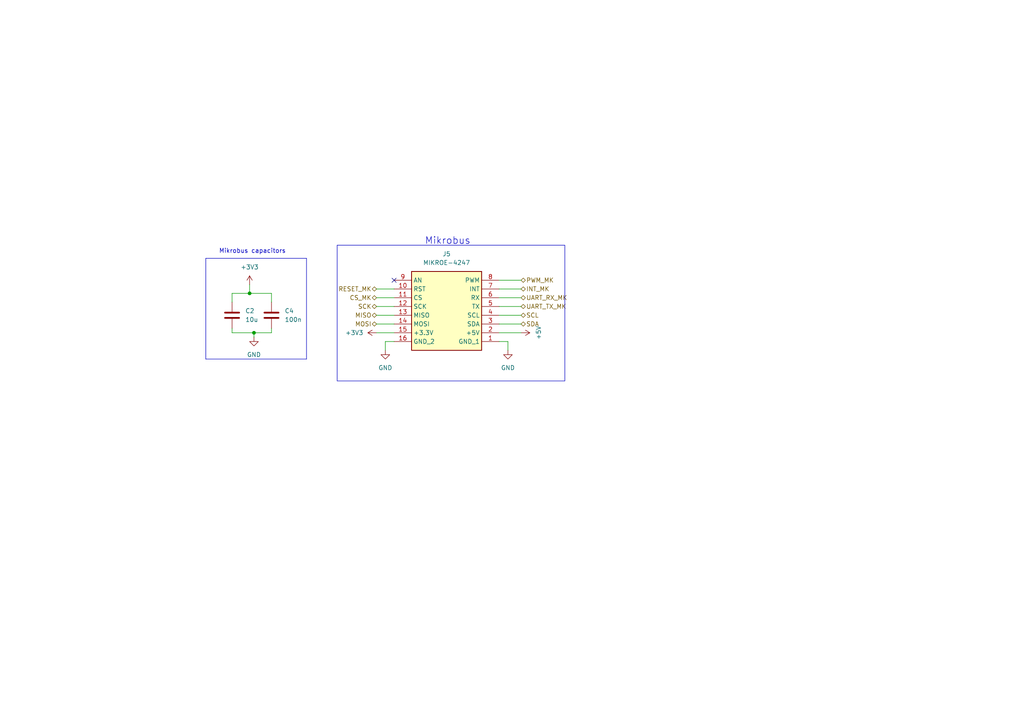
<source format=kicad_sch>
(kicad_sch (version 20250114) (generator "eeschema") (generator_version "9.0")
  (paper "A4")
  (lib_symbols
    (symbol "Com_L432KC_symbols:MIKROE-4247"
      (property "Reference" "J" (at 26.67 7.62 0))
      (property "Value" "MIKROE-4247" (at 26.67 5.08 0))
      (symbol "MIKROE-4247_1_1"
        (rectangle (start 5.08 2.54) (end 25.4 -20.32) (stroke (width 0.254)) (fill (type background)))
        (pin passive line (at 0 0 0) (length 5.08) (name "GND_1") (number "1"))
        (pin passive line (at 0 -2.54 0) (length 5.08) (name "+5V") (number "2"))
        (pin passive line (at 0 -5.08 0) (length 5.08) (name "SDA") (number "3"))
        (pin passive line (at 0 -7.62 0) (length 5.08) (name "SCL") (number "4"))
        (pin passive line (at 0 -10.16 0) (length 5.08) (name "TX") (number "5"))
        (pin passive line (at 0 -12.7 0) (length 5.08) (name "RX") (number "6"))
        (pin passive line (at 0 -15.24 0) (length 5.08) (name "INT") (number "7"))
        (pin passive line (at 0 -17.78 0) (length 5.08) (name "PWM") (number "8"))
        (pin passive line (at 30.48 0 180) (length 5.08) (name "GND_2") (number "16"))
        (pin passive line (at 30.48 -2.54 180) (length 5.08) (name "+3.3V") (number "15"))
        (pin passive line (at 30.48 -5.08 180) (length 5.08) (name "MOSI") (number "14"))
        (pin passive line (at 30.48 -7.62 180) (length 5.08) (name "MISO") (number "13"))
        (pin passive line (at 30.48 -10.16 180) (length 5.08) (name "SCK") (number "12"))
        (pin passive line (at 30.48 -12.7 180) (length 5.08) (name "CS") (number "11"))
        (pin passive line (at 30.48 -15.24 180) (length 5.08) (name "RST") (number "10"))
        (pin passive line (at 30.48 -17.78 180) (length 5.08) (name "AN") (number "9"))
      )
    )
    (symbol "Device:C" (pin_numbers (hide yes)) (pin_names (offset 0.254))
      (property "Reference" "C" (at 0.635 2.54 0))
      (property "Value" "C" (at 0.635 -2.54 0))
      (symbol "C_0_1"
        (polyline (pts (xy -2.032 0.762) (xy 2.032 0.762)) (stroke (width 0.508)))
        (polyline (pts (xy -2.032 -0.762) (xy 2.032 -0.762)) (stroke (width 0.508)))
      )
      (symbol "C_1_1"
        (pin passive line (at 0 3.81 270) (length 2.794) (name "~") (number "1"))
        (pin passive line (at 0 -3.81 90) (length 2.794) (name "~") (number "2"))
      )
    )
    (symbol "power:+3.3V" (power) (pin_names (offset 0))
      (property "Value" "+3.3V" (at 0 3.556 0))
      (symbol "+3.3V_0_1"
        (polyline (pts (xy -0.762 1.27) (xy 0 2.54)))
        (polyline (pts (xy 0 2.54) (xy 0.762 1.27)))
        (polyline (pts (xy 0 0) (xy 0 2.54)))
      )
      (symbol "+3.3V_1_1"
        (pin power_in line (at 0 0 90) (length 0) (hide yes) (name "+3V3") (number "1"))
      )
    )
    (symbol "power:+5V" (power) (pin_numbers (hide yes)) (pin_names (offset 0) (hide yes))
      (property "Value" "+5V" (at 0 3.556 0))
      (symbol "+5V_0_1"
        (polyline (pts (xy -0.762 1.27) (xy 0 2.54)))
        (polyline (pts (xy 0 2.54) (xy 0.762 1.27)))
        (polyline (pts (xy 0 0) (xy 0 2.54)))
      )
      (symbol "+5V_1_1"
        (pin power_in line (at 0 0 90) (length 0) (name "~") (number "1"))
      )
    )
    (symbol "power:GND" (power) (pin_names (offset 0))
      (property "Value" "GND" (at 0 -3.81 0))
      (symbol "GND_0_1"
        (polyline (pts (xy 0 0) (xy 0 -1.27) (xy 1.27 -1.27) (xy 0 -2.54) (xy -1.27 -1.27) (xy 0 -1.27)))
      )
      (symbol "GND_1_1"
        (pin power_in line (at 0 0 270) (length 0) (hide yes) (name "GND") (number "1"))
      )
    )
  )
  (rectangle (start 97.79 71.12) (end 163.83 110.49))
  (text "Mikrobus capacitors" (at 63.5 73.66 0) (effects (font (size 1.27 1.27)) (justify left bottom)))
  (text "Mikrobus" (at 123.19 71.12 0) (effects (font (size 2 2)) (justify left bottom)))
  (junction (at 72.39 85.09))
  (junction (at 73.66 96.52))
  (no_connect (at 114.3 81.28))
  (wire (pts (xy 72.39 85.09) (xy 78.74 85.09)))
  (polyline (pts (xy 88.9 104.14) (xy 59.69 104.14)))
  (wire (pts (xy 144.78 96.52) (xy 151.13 96.52)))
  (polyline (pts (xy 88.9 74.93) (xy 88.9 104.14)))
  (wire (pts (xy 73.66 96.52) (xy 73.66 97.79)))
  (wire (pts (xy 72.39 82.55) (xy 72.39 85.09)))
  (wire (pts (xy 147.32 99.06) (xy 147.32 101.6)))
  (wire (pts (xy 109.22 96.52) (xy 114.3 96.52)))
  (wire (pts (xy 109.22 93.98) (xy 114.3 93.98)))
  (wire (pts (xy 144.78 99.06) (xy 147.32 99.06)))
  (wire (pts (xy 67.31 87.63) (xy 67.31 85.09)))
  (wire (pts (xy 111.76 101.6) (xy 111.76 99.06)))
  (polyline (pts (xy 59.69 74.93) (xy 59.69 104.14)))
  (wire (pts (xy 109.22 91.44) (xy 114.3 91.44)))
  (wire (pts (xy 73.66 96.52) (xy 78.74 96.52)))
  (wire (pts (xy 111.76 99.06) (xy 114.3 99.06)))
  (wire (pts (xy 67.31 96.52) (xy 67.31 95.25)))
  (wire (pts (xy 78.74 96.52) (xy 78.74 95.25)))
  (wire (pts (xy 67.31 96.52) (xy 73.66 96.52)))
  (polyline (pts (xy 59.69 74.93) (xy 88.9 74.93)))
  (wire (pts (xy 144.78 83.82) (xy 151.13 83.82)))
  (wire (pts (xy 144.78 86.36) (xy 151.13 86.36)))
  (wire (pts (xy 144.78 88.9) (xy 151.13 88.9)))
  (wire (pts (xy 109.22 83.82) (xy 114.3 83.82)))
  (wire (pts (xy 78.74 85.09) (xy 78.74 87.63)))
  (wire (pts (xy 144.78 91.44) (xy 151.13 91.44)))
  (wire (pts (xy 109.22 88.9) (xy 114.3 88.9)))
  (wire (pts (xy 144.78 81.28) (xy 151.13 81.28)))
  (wire (pts (xy 109.22 86.36) (xy 114.3 86.36)))
  (wire (pts (xy 67.31 85.09) (xy 72.39 85.09)))
  (wire (pts (xy 144.78 93.98) (xy 151.13 93.98)))
  (hierarchical_label "MOSI" (shape bidirectional) (at 109.22 93.98 180))
  (hierarchical_label "PWM_MK" (shape bidirectional) (at 151.13 81.28 0))
  (hierarchical_label "SCL" (shape bidirectional) (at 151.13 91.44 0))
  (hierarchical_label "CS_MK" (shape bidirectional) (at 109.22 86.36 180))
  (hierarchical_label "SCK" (shape bidirectional) (at 109.22 88.9 180))
  (hierarchical_label "MISO" (shape bidirectional) (at 109.22 91.44 180))
  (hierarchical_label "RESET_MK" (shape bidirectional) (at 109.22 83.82 180))
  (hierarchical_label "INT_MK" (shape bidirectional) (at 151.13 83.82 0))
  (hierarchical_label "SDA" (shape bidirectional) (at 151.13 93.98 0))
  (hierarchical_label "UART_TX_MK" (shape bidirectional) (at 151.13 88.9 0))
  (hierarchical_label "UART_RX_MK" (shape bidirectional) (at 151.13 86.36 0))
  (symbol (lib_id "power:GND") (at 111.76 101.6 0) (unit 1)
    (property "Reference" "#PWR015" (effects (hide yes)))
    (property "Value" "GND" (at 111.76 106.68 0))
  )
  (symbol (lib_id "Device:C") (at 67.31 91.44 0) (unit 1)
    (property "Reference" "C2" (at 71.12 90.1699 0) (effects (justify left)))
    (property "Value" "10u" (at 71.12 92.7099 0) (effects (justify left)))
    (property "Footprint" "Capacitor_SMD:C_0805_2012Metric_Pad1.18x1.45mm_HandSolder" (effects (hide yes)))
  )
  (symbol (lib_id "power:+5V") (at 151.13 96.52 270) (unit 1)
    (property "Reference" "#PWR030" (effects (hide yes)))
    (property "Value" "+5V" (at 156.21 96.52 0))
    (property "Description" "Power symbol creates a global label with name \"+5V\"" (effects (hide yes)))
  )
  (symbol (lib_id "Device:C") (at 78.74 91.44 0) (unit 1)
    (property "Reference" "C4" (at 82.55 90.1699 0) (effects (justify left)))
    (property "Value" "100n" (at 82.55 92.7099 0) (effects (justify left)))
    (property "Footprint" "Capacitor_SMD:C_0805_2012Metric_Pad1.18x1.45mm_HandSolder" (effects (hide yes)))
  )
  (symbol (lib_id "power:+3.3V") (at 72.39 82.55 0) (unit 1)
    (property "Reference" "#PWR01" (effects (hide yes)))
    (property "Value" "+3V3" (at 72.39 77.47 0))
  )
  (symbol (lib_id "Com_L432KC_symbols:MIKROE-4247") (at 144.78 99.06 180) (unit 1)
    (property "Reference" "J5" (at 129.54 73.66 0))
    (property "Value" "MIKROE-4247" (at 129.54 76.2 0))
    (property "Footprint" "Com_L432KC_footprint:MIKROE4247" (effects (hide yes)))
    (property "Datasheet" "https://download.mikroe.com/documents/mikrobu_socket/SOCKET%20mikroBUS%2016%20TH.pdf" (effects (hide yes)))
    (property "Description" "Sockets & Adapters SOCKET mikroBUS 16 TH" (effects (hide yes)))
    (property "Height" "11.6" (effects (hide yes)))
    (property "Manufacturer_Name" "Mikroe" (effects (hide yes)))
    (property "Manufacturer_Part_Number" "MIKROE-4247" (effects (hide yes)))
    (property "Mouser Part Number" "932-MIKROE-4247" (effects (hide yes)))
    (property "Mouser Price/Stock" "https://www.mouser.co.uk/ProductDetail/Mikroe/MIKROE-4247?qs=zW32dvEIR3v60RwxHCFyew%3D%3D" (effects (hide yes)))
  )
  (symbol (lib_id "power:+3.3V") (at 109.22 96.52 90) (unit 1)
    (property "Reference" "#PWR016" (effects (hide yes)))
    (property "Value" "+3V3" (at 105.41 96.5199 90) (effects (justify left)))
  )
  (symbol (lib_id "power:GND") (at 147.32 101.6 0) (unit 1)
    (property "Reference" "#PWR03" (effects (hide yes)))
    (property "Value" "GND" (at 147.32 106.68 0))
  )
  (symbol (lib_id "power:GND") (at 73.66 97.79 0) (unit 1)
    (property "Reference" "#PWR04" (effects (hide yes)))
    (property "Value" "GND" (at 73.66 102.87 0))
  )
)
</source>
